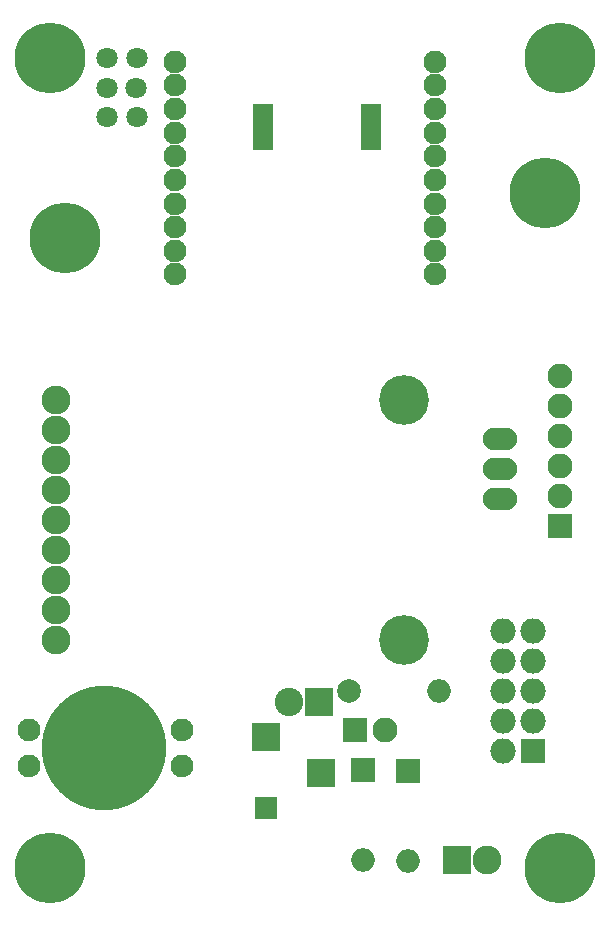
<source format=gbr>
G04 #@! TF.FileFunction,Soldermask,Top*
%FSLAX46Y46*%
G04 Gerber Fmt 4.6, Leading zero omitted, Abs format (unit mm)*
G04 Created by KiCad (PCBNEW 4.0.6) date Friday, September 08, 2017 'PMt' 06:19:34 PM*
%MOMM*%
%LPD*%
G01*
G04 APERTURE LIST*
%ADD10C,0.100000*%
%ADD11C,2.438400*%
%ADD12C,4.216400*%
%ADD13C,1.930400*%
%ADD14C,10.566400*%
%ADD15C,1.806400*%
%ADD16R,2.006400X2.006400*%
%ADD17O,2.006400X2.006400*%
%ADD18R,2.438400X2.438400*%
%ADD19R,1.930400X1.930400*%
%ADD20R,2.133600X2.133600*%
%ADD21O,2.133600X2.133600*%
%ADD22R,1.676400X1.371600*%
%ADD23R,2.106400X2.106400*%
%ADD24O,2.106400X2.106400*%
%ADD25O,2.905760X1.907540*%
%ADD26C,5.994400*%
%ADD27O,2.438400X2.438400*%
%ADD28R,2.406400X2.406400*%
%ADD29C,2.406400*%
%ADD30C,2.006400*%
G04 APERTURE END LIST*
D10*
D11*
X102616000Y-87376000D03*
X102616000Y-84836000D03*
X102616000Y-82296000D03*
X102616000Y-79756000D03*
X102616000Y-77216000D03*
X102616000Y-74676000D03*
X102616000Y-72136000D03*
X102616000Y-69596000D03*
X102616000Y-67056000D03*
D12*
X132080000Y-67056000D03*
X132080000Y-87376000D03*
D13*
X112699800Y-38455600D03*
X112699800Y-40455596D03*
X112699800Y-42455592D03*
X112699800Y-44455588D03*
X112699800Y-46455584D03*
X112699800Y-48455580D03*
X112699800Y-50457100D03*
X112699800Y-52456080D03*
X112699800Y-54457600D03*
X112699800Y-56455564D03*
X134696200Y-56455564D03*
X134696200Y-54457600D03*
X134696200Y-52456080D03*
X134696200Y-50455576D03*
X134696200Y-48455580D03*
X134696200Y-46455584D03*
X134696200Y-44455588D03*
X134696200Y-42455592D03*
X134696200Y-40455596D03*
X134696200Y-38455600D03*
D14*
X106680000Y-96520000D03*
D13*
X113284000Y-98044000D03*
X100330000Y-98044000D03*
X100330000Y-94996000D03*
X113284000Y-94996000D03*
D15*
X106974000Y-43129200D03*
X109474000Y-43129200D03*
X106934000Y-40640000D03*
X109434000Y-40640000D03*
X106948600Y-38100000D03*
X109448600Y-38100000D03*
D16*
X132384800Y-98475800D03*
D17*
X132384800Y-106095800D03*
D16*
X128625600Y-98450400D03*
D17*
X128625600Y-106070400D03*
D18*
X120396000Y-95653860D03*
D19*
X120396000Y-101653340D03*
D18*
X125095000Y-98653600D03*
D20*
X143002000Y-96774000D03*
D21*
X140462000Y-96774000D03*
X143002000Y-94234000D03*
X140462000Y-94234000D03*
X143002000Y-91694000D03*
X140462000Y-91694000D03*
X143002000Y-89154000D03*
X140462000Y-89154000D03*
X143002000Y-86614000D03*
X140462000Y-86614000D03*
D22*
X129286000Y-45212000D03*
X129286000Y-43942000D03*
X129286000Y-42672000D03*
D23*
X145288000Y-77724000D03*
D24*
X145288000Y-75184000D03*
X145288000Y-72644000D03*
X145288000Y-70104000D03*
X145288000Y-67564000D03*
X145288000Y-65024000D03*
D22*
X120142000Y-45212000D03*
X120142000Y-43942000D03*
X120142000Y-42672000D03*
D23*
X127914400Y-95072200D03*
D24*
X130454400Y-95072200D03*
D25*
X140208000Y-72898000D03*
X140208000Y-75438000D03*
X140208000Y-70358000D03*
D26*
X102108000Y-106680000D03*
X103378000Y-53340000D03*
X145288000Y-106680000D03*
X144018000Y-49530000D03*
X145288000Y-38100000D03*
X102108000Y-38100000D03*
D18*
X136550400Y-106019600D03*
D27*
X139090400Y-106019600D03*
D28*
X124917200Y-92633800D03*
D29*
X122377200Y-92633800D03*
D30*
X127406400Y-91770200D03*
D17*
X135026400Y-91770200D03*
M02*

</source>
